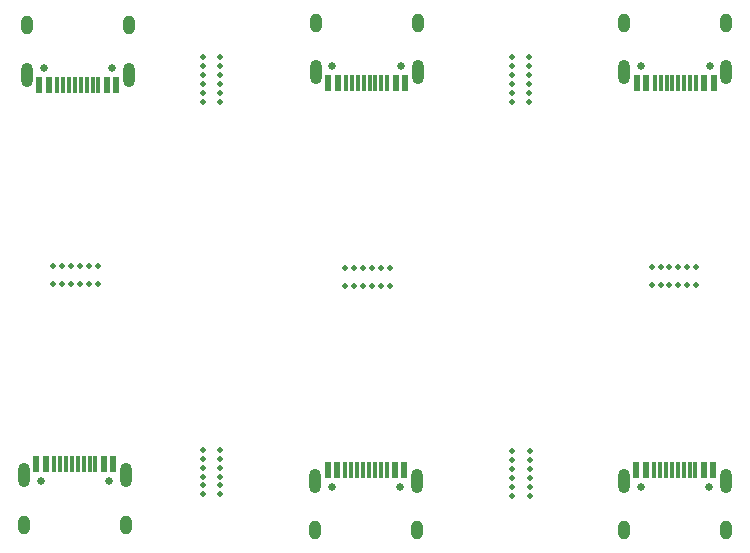
<source format=gbr>
%TF.GenerationSoftware,KiCad,Pcbnew,(6.0.4)*%
%TF.CreationDate,2022-05-23T19:11:52-04:00*%
%TF.ProjectId,wierd mousebites,77696572-6420-46d6-9f75-736562697465,rev?*%
%TF.SameCoordinates,Original*%
%TF.FileFunction,Soldermask,Bot*%
%TF.FilePolarity,Negative*%
%FSLAX46Y46*%
G04 Gerber Fmt 4.6, Leading zero omitted, Abs format (unit mm)*
G04 Created by KiCad (PCBNEW (6.0.4)) date 2022-05-23 19:11:52*
%MOMM*%
%LPD*%
G01*
G04 APERTURE LIST*
%ADD10C,0.500000*%
%ADD11C,0.650000*%
%ADD12R,0.600000X1.450000*%
%ADD13R,0.300000X1.450000*%
%ADD14O,1.000000X2.100000*%
%ADD15O,1.000000X1.600000*%
G04 APERTURE END LIST*
D10*
%TO.C,mouse-bite-2mm-slot*%
X85653000Y-86397400D03*
X87153000Y-86397400D03*
X88653000Y-87897400D03*
X89403000Y-86397400D03*
X88653000Y-86397400D03*
X87903000Y-86397400D03*
X85653000Y-87897400D03*
X87153000Y-87897400D03*
X86403000Y-86397400D03*
X87903000Y-87897400D03*
X86403000Y-87897400D03*
X89403000Y-87897400D03*
%TD*%
%TO.C,mouse-bite-2mm-slot*%
X99810000Y-101959800D03*
X99810000Y-103459800D03*
X98310000Y-104959800D03*
X99810000Y-105709800D03*
X99810000Y-104959800D03*
X99810000Y-104209800D03*
X98310000Y-101959800D03*
X98310000Y-103459800D03*
X99810000Y-102709800D03*
X98310000Y-104209800D03*
X98310000Y-102709800D03*
X98310000Y-105709800D03*
%TD*%
%TO.C,mouse-bite-2mm-slot*%
X98310000Y-69469000D03*
X99810000Y-69469000D03*
X98310000Y-68719000D03*
X98310000Y-70219000D03*
X99810000Y-70219000D03*
X99810000Y-68719000D03*
X99810000Y-71719000D03*
X98310000Y-70969000D03*
X98310000Y-71719000D03*
X99810000Y-72469000D03*
X98310000Y-72469000D03*
X99810000Y-70969000D03*
%TD*%
D11*
%TO.C,J1*%
X115028000Y-105117500D03*
X109248000Y-105117500D03*
D12*
X115388000Y-103672500D03*
X114588000Y-103672500D03*
D13*
X113388000Y-103672500D03*
X112388000Y-103672500D03*
X111888000Y-103672500D03*
X110888000Y-103672500D03*
D12*
X109688000Y-103672500D03*
X108888000Y-103672500D03*
X108888000Y-103672500D03*
X109688000Y-103672500D03*
D13*
X110388000Y-103672500D03*
X111388000Y-103672500D03*
X112888000Y-103672500D03*
X113888000Y-103672500D03*
D12*
X114588000Y-103672500D03*
X115388000Y-103672500D03*
D14*
X116458000Y-104587500D03*
D15*
X107818000Y-108767500D03*
D14*
X107818000Y-104587500D03*
D15*
X116458000Y-108767500D03*
%TD*%
D11*
%TO.C,J1*%
X141170000Y-105078000D03*
X135390000Y-105078000D03*
D12*
X141530000Y-103633000D03*
X140730000Y-103633000D03*
D13*
X139530000Y-103633000D03*
X138530000Y-103633000D03*
X138030000Y-103633000D03*
X137030000Y-103633000D03*
D12*
X135830000Y-103633000D03*
X135030000Y-103633000D03*
X135030000Y-103633000D03*
X135830000Y-103633000D03*
D13*
X136530000Y-103633000D03*
X137530000Y-103633000D03*
X139030000Y-103633000D03*
X140030000Y-103633000D03*
D12*
X140730000Y-103633000D03*
X141530000Y-103633000D03*
D14*
X142600000Y-104548000D03*
D15*
X133960000Y-108728000D03*
D14*
X133960000Y-104548000D03*
D15*
X142600000Y-108728000D03*
%TD*%
D10*
%TO.C,mouse-bite-2mm-slot*%
X113395000Y-86538500D03*
X112645000Y-86538500D03*
X111895000Y-86538500D03*
X111145000Y-86538500D03*
X114145000Y-88038500D03*
X112645000Y-88038500D03*
X110395000Y-88038500D03*
X111895000Y-88038500D03*
X111145000Y-88038500D03*
X113395000Y-88038500D03*
X110395000Y-86538500D03*
X114145000Y-86538500D03*
%TD*%
%TO.C,mouse-bite-2mm-slot*%
X124492000Y-103568500D03*
X124492000Y-105068500D03*
X124492000Y-105818500D03*
X125992000Y-102818500D03*
X125992000Y-105068500D03*
X124492000Y-104318500D03*
X125992000Y-103568500D03*
X125992000Y-104318500D03*
X125992000Y-105818500D03*
X125992000Y-102068500D03*
X124492000Y-102818500D03*
X124492000Y-102068500D03*
%TD*%
D11*
%TO.C,J1*%
X109294000Y-69459500D03*
X115074000Y-69459500D03*
D12*
X108934000Y-70904500D03*
X109734000Y-70904500D03*
D13*
X110934000Y-70904500D03*
X111934000Y-70904500D03*
X112434000Y-70904500D03*
X113434000Y-70904500D03*
D12*
X114634000Y-70904500D03*
X115434000Y-70904500D03*
X115434000Y-70904500D03*
X114634000Y-70904500D03*
D13*
X113934000Y-70904500D03*
X112934000Y-70904500D03*
X111434000Y-70904500D03*
X110434000Y-70904500D03*
D12*
X109734000Y-70904500D03*
X108934000Y-70904500D03*
D14*
X107864000Y-69989500D03*
D15*
X116504000Y-65809500D03*
D14*
X116504000Y-69989500D03*
D15*
X107864000Y-65809500D03*
%TD*%
D10*
%TO.C,mouse-bite-2mm-slot*%
X124472000Y-69469000D03*
X125972000Y-69469000D03*
X124472000Y-68719000D03*
X124472000Y-70219000D03*
X125972000Y-70219000D03*
X125972000Y-68719000D03*
X125972000Y-71719000D03*
X124472000Y-70969000D03*
X124472000Y-71719000D03*
X125972000Y-72469000D03*
X124472000Y-72469000D03*
X125972000Y-70969000D03*
%TD*%
%TO.C,mouse-bite-2mm-slot*%
X139319000Y-86499000D03*
X139319000Y-87999000D03*
X140069000Y-86499000D03*
X138569000Y-86499000D03*
X138569000Y-87999000D03*
X140069000Y-87999000D03*
X137069000Y-87999000D03*
X137819000Y-86499000D03*
X137069000Y-86499000D03*
X136319000Y-87999000D03*
X136319000Y-86499000D03*
X137819000Y-87999000D03*
%TD*%
D11*
%TO.C,J1*%
X135436000Y-69420000D03*
X141216000Y-69420000D03*
D12*
X135076000Y-70865000D03*
X135876000Y-70865000D03*
D13*
X137076000Y-70865000D03*
X138076000Y-70865000D03*
X138576000Y-70865000D03*
X139576000Y-70865000D03*
D12*
X140776000Y-70865000D03*
X141576000Y-70865000D03*
X141576000Y-70865000D03*
X140776000Y-70865000D03*
D13*
X140076000Y-70865000D03*
X139076000Y-70865000D03*
X137576000Y-70865000D03*
X136576000Y-70865000D03*
D12*
X135876000Y-70865000D03*
X135076000Y-70865000D03*
D14*
X134006000Y-69950000D03*
D15*
X142646000Y-65770000D03*
D14*
X142646000Y-69950000D03*
D15*
X134006000Y-65770000D03*
%TD*%
%TO.C,USB1*%
X83157600Y-108277501D03*
D11*
X84587600Y-104627501D03*
D15*
X91797600Y-108277501D03*
D11*
X90367600Y-104627501D03*
D14*
X91797600Y-104097501D03*
X83157600Y-104097501D03*
D13*
X87727600Y-103182501D03*
X85727600Y-103182501D03*
X86227600Y-103182501D03*
X86727600Y-103182501D03*
X87227600Y-103182501D03*
X88227600Y-103182501D03*
X88727600Y-103182501D03*
X89227600Y-103182501D03*
D12*
X84227600Y-103182501D03*
X85027600Y-103182501D03*
X89927600Y-103182501D03*
X90727600Y-103182501D03*
X90727600Y-103182501D03*
X89927600Y-103182501D03*
X85027600Y-103182501D03*
X84227600Y-103182501D03*
%TD*%
D15*
%TO.C,USB1*%
X92051600Y-66006000D03*
D11*
X90621600Y-69656000D03*
D15*
X83411600Y-66006000D03*
D11*
X84841600Y-69656000D03*
D14*
X83411600Y-70186000D03*
X92051600Y-70186000D03*
D13*
X87481600Y-71101000D03*
X89481600Y-71101000D03*
X88981600Y-71101000D03*
X88481600Y-71101000D03*
X87981600Y-71101000D03*
X86981600Y-71101000D03*
X86481600Y-71101000D03*
X85981600Y-71101000D03*
D12*
X90981600Y-71101000D03*
X90181600Y-71101000D03*
X85281600Y-71101000D03*
X84481600Y-71101000D03*
X84481600Y-71101000D03*
X85281600Y-71101000D03*
X90181600Y-71101000D03*
X90981600Y-71101000D03*
%TD*%
M02*

</source>
